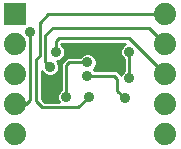
<source format=gbl>
G75*
%MOIN*%
%OFA0B0*%
%FSLAX24Y24*%
%IPPOS*%
%LPD*%
%AMOC8*
5,1,8,0,0,1.08239X$1,22.5*
%
%ADD10C,0.0740*%
%ADD11R,0.0740X0.0740*%
%ADD12C,0.0100*%
%ADD13C,0.0350*%
D10*
X000650Y000800D03*
X000650Y001800D03*
X000650Y002800D03*
X000650Y003800D03*
X005650Y003800D03*
X005650Y002800D03*
X005650Y001800D03*
X005650Y000800D03*
X005650Y004800D03*
D11*
X000650Y004800D03*
D12*
X001150Y004200D02*
X001150Y001950D01*
X001000Y001800D01*
X000650Y001800D01*
X001350Y001900D02*
X001550Y001700D01*
X002750Y001700D01*
X003100Y002050D01*
X002350Y002050D02*
X002350Y003100D01*
X002450Y003200D01*
X003050Y003200D01*
X003256Y002975D02*
X003309Y003027D01*
X003355Y003139D01*
X003355Y003261D01*
X003309Y003373D01*
X003223Y003459D01*
X003111Y003505D01*
X002989Y003505D01*
X002877Y003459D01*
X002799Y003380D01*
X002375Y003380D01*
X002275Y003280D01*
X002170Y003175D01*
X002170Y002301D01*
X002091Y002223D01*
X002045Y002111D01*
X002045Y001989D01*
X002090Y001880D01*
X001625Y001880D01*
X001530Y001975D01*
X001530Y002905D01*
X001541Y002877D01*
X001627Y002791D01*
X001739Y002745D01*
X001861Y002745D01*
X001973Y002791D01*
X002059Y002877D01*
X002105Y002989D01*
X002105Y003111D01*
X002059Y003223D01*
X002036Y003245D01*
X002061Y003245D01*
X002173Y003291D01*
X002259Y003377D01*
X002305Y003489D01*
X002305Y003611D01*
X002259Y003723D01*
X002180Y003801D01*
X002180Y003820D01*
X004305Y003820D01*
X004277Y003809D01*
X004191Y003723D01*
X004145Y003611D01*
X004145Y003489D01*
X004191Y003377D01*
X004270Y003299D01*
X004270Y002921D01*
X004191Y002843D01*
X004168Y002786D01*
X004125Y002830D01*
X004025Y002930D01*
X003301Y002930D01*
X003256Y002975D01*
X003272Y002960D02*
X004270Y002960D01*
X004270Y003058D02*
X003321Y003058D01*
X003355Y003157D02*
X004270Y003157D01*
X004270Y003255D02*
X003355Y003255D01*
X003317Y003354D02*
X004215Y003354D01*
X004160Y003452D02*
X003229Y003452D01*
X002871Y003452D02*
X002290Y003452D01*
X002305Y003551D02*
X004145Y003551D01*
X004161Y003649D02*
X002289Y003649D01*
X002234Y003748D02*
X004216Y003748D01*
X004450Y003550D02*
X004450Y002670D01*
X004210Y002861D02*
X004094Y002861D01*
X003950Y002750D02*
X004050Y002650D01*
X004050Y002250D01*
X004300Y002000D01*
X003950Y002750D02*
X003050Y002750D01*
X002349Y003354D02*
X002235Y003354D01*
X002250Y003255D02*
X002085Y003255D01*
X002086Y003157D02*
X002170Y003157D01*
X002170Y003058D02*
X002105Y003058D01*
X002093Y002960D02*
X002170Y002960D01*
X002170Y002861D02*
X002042Y002861D01*
X002170Y002763D02*
X001903Y002763D01*
X001697Y002763D02*
X001530Y002763D01*
X001530Y002664D02*
X002170Y002664D01*
X002170Y002566D02*
X001530Y002566D01*
X001530Y002467D02*
X002170Y002467D01*
X002170Y002369D02*
X001530Y002369D01*
X001530Y002270D02*
X002139Y002270D01*
X002070Y002172D02*
X001530Y002172D01*
X001530Y002073D02*
X002045Y002073D01*
X002051Y001975D02*
X001530Y001975D01*
X001350Y001900D02*
X001350Y003300D01*
X001460Y003410D01*
X001460Y004510D01*
X001750Y004800D01*
X005650Y004800D01*
X005100Y004350D02*
X005650Y003800D01*
X005100Y004350D02*
X001900Y004350D01*
X001650Y004100D01*
X001650Y003200D01*
X001800Y003050D01*
X001558Y002861D02*
X001530Y002861D01*
X002000Y003550D02*
X002000Y003900D01*
X002100Y004000D01*
X004450Y004000D01*
X005650Y002800D01*
D13*
X004450Y002670D03*
X004300Y002000D03*
X003100Y002050D03*
X002350Y002050D03*
X003050Y002750D03*
X003050Y003200D03*
X002510Y003550D03*
X002000Y003550D03*
X001800Y003050D03*
X001150Y004200D03*
X003900Y003550D03*
X004450Y003550D03*
M02*

</source>
